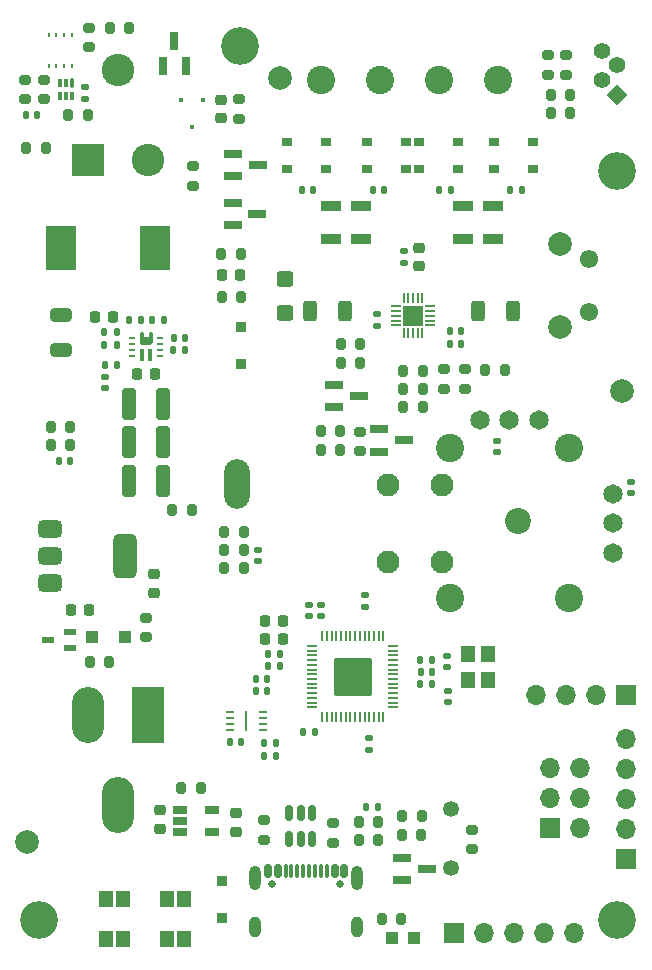
<source format=gts>
%TF.GenerationSoftware,KiCad,Pcbnew,9.0.0*%
%TF.CreationDate,2025-03-03T22:11:57+00:00*%
%TF.ProjectId,StepUp,53746570-5570-42e6-9b69-6361645f7063,v0.3*%
%TF.SameCoordinates,Original*%
%TF.FileFunction,Soldermask,Top*%
%TF.FilePolarity,Negative*%
%FSLAX45Y45*%
G04 Gerber Fmt 4.5, Leading zero omitted, Abs format (unit mm)*
G04 Created by KiCad (PCBNEW 9.0.0) date 2025-03-03 22:11:57*
%MOMM*%
%LPD*%
G01*
G04 APERTURE LIST*
G04 Aperture macros list*
%AMRoundRect*
0 Rectangle with rounded corners*
0 $1 Rounding radius*
0 $2 $3 $4 $5 $6 $7 $8 $9 X,Y pos of 4 corners*
0 Add a 4 corners polygon primitive as box body*
4,1,4,$2,$3,$4,$5,$6,$7,$8,$9,$2,$3,0*
0 Add four circle primitives for the rounded corners*
1,1,$1+$1,$2,$3*
1,1,$1+$1,$4,$5*
1,1,$1+$1,$6,$7*
1,1,$1+$1,$8,$9*
0 Add four rect primitives between the rounded corners*
20,1,$1+$1,$2,$3,$4,$5,0*
20,1,$1+$1,$4,$5,$6,$7,0*
20,1,$1+$1,$6,$7,$8,$9,0*
20,1,$1+$1,$8,$9,$2,$3,0*%
%AMRotRect*
0 Rectangle, with rotation*
0 The origin of the aperture is its center*
0 $1 length*
0 $2 width*
0 $3 Rotation angle, in degrees counterclockwise*
0 Add horizontal line*
21,1,$1,$2,0,0,$3*%
G04 Aperture macros list end*
%ADD10C,0.100000*%
%ADD11R,0.863600X0.787400*%
%ADD12RoundRect,0.250000X0.312500X0.625000X-0.312500X0.625000X-0.312500X-0.625000X0.312500X-0.625000X0*%
%ADD13RoundRect,0.135000X-0.135000X-0.185000X0.135000X-0.185000X0.135000X0.185000X-0.135000X0.185000X0*%
%ADD14RoundRect,0.140000X-0.170000X0.140000X-0.170000X-0.140000X0.170000X-0.140000X0.170000X0.140000X0*%
%ADD15RoundRect,0.200000X0.200000X0.275000X-0.200000X0.275000X-0.200000X-0.275000X0.200000X-0.275000X0*%
%ADD16RoundRect,0.135000X0.135000X0.185000X-0.135000X0.185000X-0.135000X-0.185000X0.135000X-0.185000X0*%
%ADD17RoundRect,0.140000X0.170000X-0.140000X0.170000X0.140000X-0.170000X0.140000X-0.170000X-0.140000X0*%
%ADD18RoundRect,0.140000X-0.140000X-0.170000X0.140000X-0.170000X0.140000X0.170000X-0.140000X0.170000X0*%
%ADD19RoundRect,0.225000X0.225000X0.250000X-0.225000X0.250000X-0.225000X-0.250000X0.225000X-0.250000X0*%
%ADD20C,0.650000*%
%ADD21RoundRect,0.150000X-0.150000X-0.425000X0.150000X-0.425000X0.150000X0.425000X-0.150000X0.425000X0*%
%ADD22RoundRect,0.075000X-0.075000X-0.500000X0.075000X-0.500000X0.075000X0.500000X-0.075000X0.500000X0*%
%ADD23O,1.000000X2.100000*%
%ADD24O,1.000000X1.800000*%
%ADD25RoundRect,0.140000X0.140000X0.170000X-0.140000X0.170000X-0.140000X-0.170000X0.140000X-0.170000X0*%
%ADD26RoundRect,0.200000X-0.275000X0.200000X-0.275000X-0.200000X0.275000X-0.200000X0.275000X0.200000X0*%
%ADD27RoundRect,0.200000X0.275000X-0.200000X0.275000X0.200000X-0.275000X0.200000X-0.275000X-0.200000X0*%
%ADD28RoundRect,0.200000X-0.200000X-0.275000X0.200000X-0.275000X0.200000X0.275000X-0.200000X0.275000X0*%
%ADD29RoundRect,0.250000X0.325000X1.100000X-0.325000X1.100000X-0.325000X-1.100000X0.325000X-1.100000X0*%
%ADD30R,1.000000X0.550000*%
%ADD31R,0.950000X0.900000*%
%ADD32RoundRect,0.050000X0.050000X-0.387500X0.050000X0.387500X-0.050000X0.387500X-0.050000X-0.387500X0*%
%ADD33RoundRect,0.050000X0.387500X-0.050000X0.387500X0.050000X-0.387500X0.050000X-0.387500X-0.050000X0*%
%ADD34RoundRect,0.144000X1.456000X-1.456000X1.456000X1.456000X-1.456000X1.456000X-1.456000X-1.456000X0*%
%ADD35RoundRect,0.225000X0.250000X-0.225000X0.250000X0.225000X-0.250000X0.225000X-0.250000X-0.225000X0*%
%ADD36RoundRect,0.037500X-0.087500X-0.462500X0.087500X-0.462500X0.087500X0.462500X-0.087500X0.462500X0*%
%ADD37RoundRect,0.062000X-0.438000X-0.248000X0.438000X-0.248000X0.438000X0.248000X-0.438000X0.248000X0*%
%ADD38RoundRect,0.062500X-0.212500X-0.062500X0.212500X-0.062500X0.212500X0.062500X-0.212500X0.062500X0*%
%ADD39RoundRect,0.042000X-0.133000X-0.458000X0.133000X-0.458000X0.133000X0.458000X-0.133000X0.458000X0*%
%ADD40RoundRect,0.062500X0.212500X0.062500X-0.212500X0.062500X-0.212500X-0.062500X0.212500X-0.062500X0*%
%ADD41R,1.000000X1.000000*%
%ADD42R,1.753400X0.912000*%
%ADD43RoundRect,0.070000X-0.650000X-0.300000X0.650000X-0.300000X0.650000X0.300000X-0.650000X0.300000X0*%
%ADD44R,0.254000X0.355600*%
%ADD45O,2.200000X4.200000*%
%ADD46RoundRect,0.225000X-0.225000X-0.250000X0.225000X-0.250000X0.225000X0.250000X-0.225000X0.250000X0*%
%ADD47C,2.000000*%
%ADD48C,3.200000*%
%ADD49R,1.200000X1.400000*%
%ADD50C,2.200000*%
%ADD51RoundRect,0.250000X-0.312500X-0.625000X0.312500X-0.625000X0.312500X0.625000X-0.312500X0.625000X0*%
%ADD52RoundRect,0.375000X-0.625000X-0.375000X0.625000X-0.375000X0.625000X0.375000X-0.625000X0.375000X0*%
%ADD53RoundRect,0.500000X-0.500000X-1.400000X0.500000X-1.400000X0.500000X1.400000X-0.500000X1.400000X0*%
%ADD54O,0.857199X0.204000*%
%ADD55O,0.204000X0.857199*%
%ADD56R,1.701800X1.701800*%
%ADD57RoundRect,0.225000X-0.250000X0.225000X-0.250000X-0.225000X0.250000X-0.225000X0.250000X0.225000X0*%
%ADD58R,0.457200X0.406400*%
%ADD59R,0.711200X0.254000*%
%ADD60R,0.254000X1.651000*%
%ADD61RoundRect,0.070000X-0.525000X0.300000X-0.525000X-0.300000X0.525000X-0.300000X0.525000X0.300000X0*%
%ADD62RoundRect,0.070000X0.300000X-0.650000X0.300000X0.650000X-0.300000X0.650000X-0.300000X-0.650000X0*%
%ADD63RoundRect,0.102000X0.525000X-0.575000X0.525000X0.575000X-0.525000X0.575000X-0.525000X-0.575000X0*%
%ADD64RoundRect,0.250000X-0.450000X0.400000X-0.450000X-0.400000X0.450000X-0.400000X0.450000X0.400000X0*%
%ADD65RoundRect,0.250000X-0.650000X0.325000X-0.650000X-0.325000X0.650000X-0.325000X0.650000X0.325000X0*%
%ADD66R,2.650000X3.700000*%
%ADD67RoundRect,0.135000X-0.185000X0.135000X-0.185000X-0.135000X0.185000X-0.135000X0.185000X0.135000X0*%
%ADD68RoundRect,0.070000X0.070000X0.355000X-0.070000X0.355000X-0.070000X-0.355000X0.070000X-0.355000X0*%
%ADD69RoundRect,0.070000X0.070000X0.305000X-0.070000X0.305000X-0.070000X-0.305000X0.070000X-0.305000X0*%
%ADD70RoundRect,0.150000X0.150000X-0.512500X0.150000X0.512500X-0.150000X0.512500X-0.150000X-0.512500X0*%
%ADD71RoundRect,0.250000X-0.300000X-0.300000X0.300000X-0.300000X0.300000X0.300000X-0.300000X0.300000X0*%
%ADD72R,1.700000X1.700000*%
%ADD73O,1.700000X1.700000*%
%ADD74RotRect,1.300000X1.300000X225.000000*%
%ADD75C,1.416000*%
%ADD76C,1.550000*%
%ADD77C,1.350000*%
%ADD78C,1.650000*%
%ADD79C,1.950000*%
%ADD80C,2.400000*%
%ADD81R,2.745000X2.745000*%
%ADD82C,2.745000*%
%ADD83R,2.745000X4.745000*%
%ADD84O,2.745000X4.745000*%
G04 APERTURE END LIST*
D10*
%TO.C,U7*%
X6832500Y-7779250D02*
G75*
G02*
X6822500Y-7769250I0J10000D01*
G01*
X6882500Y-7769250D02*
G75*
G02*
X6872500Y-7779250I-10000J0D01*
G01*
%TD*%
D11*
%TO.C,D3*%
X9047780Y-6347860D03*
X8717580Y-6347860D03*
%TD*%
D12*
%TO.C,R20*%
X9957290Y-7555000D03*
X9664790Y-7555000D03*
%TD*%
D13*
%TO.C,R30*%
X6498000Y-7735000D03*
X6600000Y-7735000D03*
%TD*%
D14*
%TO.C,C43*%
X10960000Y-9001500D03*
X10960000Y-9097500D03*
%TD*%
D13*
%TO.C,R27*%
X6500500Y-8010000D03*
X6602500Y-8010000D03*
%TD*%
D15*
%TO.C,R31*%
X7235000Y-9235000D03*
X7070000Y-9235000D03*
%TD*%
D16*
%TO.C,R28*%
X7183500Y-7882500D03*
X7081500Y-7882500D03*
%TD*%
D15*
%TO.C,R34*%
X7650000Y-7070000D03*
X7485000Y-7070000D03*
%TD*%
D17*
%TO.C,C10*%
X8700000Y-10058000D03*
X8700000Y-9962000D03*
%TD*%
D18*
%TO.C,C5*%
X9172000Y-10510000D03*
X9268000Y-10510000D03*
%TD*%
D13*
%TO.C,R6*%
X7886000Y-10561250D03*
X7988000Y-10561250D03*
%TD*%
D19*
%TO.C,C8*%
X8012500Y-10177500D03*
X7857500Y-10177500D03*
%TD*%
D20*
%TO.C,J1*%
X7916800Y-12402500D03*
X8494800Y-12402500D03*
D21*
X7885800Y-12295000D03*
X7965800Y-12295000D03*
D22*
X8080800Y-12295000D03*
X8180800Y-12295000D03*
X8230800Y-12295000D03*
X8330800Y-12295000D03*
D21*
X8445800Y-12295000D03*
X8525800Y-12295000D03*
X8525800Y-12295000D03*
X8445800Y-12295000D03*
D22*
X8380800Y-12295000D03*
X8280800Y-12295000D03*
X8130800Y-12295000D03*
X8030800Y-12295000D03*
D21*
X7965800Y-12295000D03*
X7885800Y-12295000D03*
D23*
X7773800Y-12352500D03*
D24*
X7773800Y-12770500D03*
D23*
X8637800Y-12352500D03*
D24*
X8637800Y-12770500D03*
%TD*%
D18*
%TO.C,C19*%
X9423700Y-7724900D03*
X9519700Y-7724900D03*
%TD*%
D15*
%TO.C,R42*%
X7677500Y-9576000D03*
X7512500Y-9576000D03*
%TD*%
D18*
%TO.C,C18*%
X9422000Y-7830000D03*
X9518000Y-7830000D03*
%TD*%
D25*
%TO.C,C42*%
X8811000Y-11750000D03*
X8715000Y-11750000D03*
%TD*%
D26*
%TO.C,R10*%
X8660000Y-8577500D03*
X8660000Y-8742500D03*
%TD*%
D16*
%TO.C,R2*%
X7951000Y-11210000D03*
X7849000Y-11210000D03*
%TD*%
D13*
%TO.C,R5*%
X9171200Y-10713500D03*
X9273200Y-10713500D03*
%TD*%
%TO.C,R7*%
X7886000Y-10460000D03*
X7988000Y-10460000D03*
%TD*%
D11*
%TO.C,D8*%
X9493540Y-6119260D03*
X9163340Y-6119260D03*
%TD*%
%TO.C,D10*%
X9798340Y-6119260D03*
X10128540Y-6119260D03*
%TD*%
D25*
%TO.C,C39*%
X5927500Y-5892500D03*
X5831500Y-5892500D03*
%TD*%
D17*
%TO.C,C15*%
X8802500Y-7677900D03*
X8802500Y-7581900D03*
%TD*%
D11*
%TO.C,D7*%
X9163340Y-6347860D03*
X9493540Y-6347860D03*
%TD*%
D15*
%TO.C,R8*%
X8495000Y-8730000D03*
X8330000Y-8730000D03*
%TD*%
D26*
%TO.C,R4*%
X8435000Y-11892500D03*
X8435000Y-12057500D03*
%TD*%
D27*
%TO.C,R50*%
X10250000Y-5552500D03*
X10250000Y-5387500D03*
%TD*%
D28*
%TO.C,R35*%
X7490000Y-7437500D03*
X7655000Y-7437500D03*
%TD*%
D29*
%TO.C,C36*%
X6997500Y-8992500D03*
X6702500Y-8992500D03*
%TD*%
D30*
%TO.C,Q3*%
X6207200Y-10405150D03*
X6207200Y-10275150D03*
X6017200Y-10340150D03*
%TD*%
D31*
%TO.C,D13*%
X7655000Y-7687500D03*
X7655000Y-8002500D03*
%TD*%
D32*
%TO.C,U3*%
X8340500Y-10993650D03*
X8380500Y-10993650D03*
X8420500Y-10993650D03*
X8460500Y-10993650D03*
X8500500Y-10993650D03*
X8540500Y-10993650D03*
X8580500Y-10993650D03*
X8620500Y-10993650D03*
X8660500Y-10993650D03*
X8700500Y-10993650D03*
X8740500Y-10993650D03*
X8780500Y-10993650D03*
X8820500Y-10993650D03*
X8860500Y-10993650D03*
D33*
X8944250Y-10909900D03*
X8944250Y-10869900D03*
X8944250Y-10829900D03*
X8944250Y-10789900D03*
X8944250Y-10749900D03*
X8944250Y-10709900D03*
X8944250Y-10669900D03*
X8944250Y-10629900D03*
X8944250Y-10589900D03*
X8944250Y-10549900D03*
X8944250Y-10509900D03*
X8944250Y-10469900D03*
X8944250Y-10429900D03*
X8944250Y-10389900D03*
D32*
X8860500Y-10306150D03*
X8820500Y-10306150D03*
X8780500Y-10306150D03*
X8740500Y-10306150D03*
X8700500Y-10306150D03*
X8660500Y-10306150D03*
X8620500Y-10306150D03*
X8580500Y-10306150D03*
X8540500Y-10306150D03*
X8500500Y-10306150D03*
X8460500Y-10306150D03*
X8420500Y-10306150D03*
X8380500Y-10306150D03*
X8340500Y-10306150D03*
D33*
X8256750Y-10389900D03*
X8256750Y-10429900D03*
X8256750Y-10469900D03*
X8256750Y-10509900D03*
X8256750Y-10549900D03*
X8256750Y-10589900D03*
X8256750Y-10629900D03*
X8256750Y-10669900D03*
X8256750Y-10709900D03*
X8256750Y-10749900D03*
X8256750Y-10789900D03*
X8256750Y-10829900D03*
X8256750Y-10869900D03*
X8256750Y-10909900D03*
D34*
X8600500Y-10649900D03*
%TD*%
D28*
%TO.C,R26*%
X8847500Y-12700000D03*
X9012500Y-12700000D03*
%TD*%
D26*
%TO.C,R3*%
X7850000Y-11867500D03*
X7850000Y-12032500D03*
%TD*%
D25*
%TO.C,C7*%
X7874050Y-10670000D03*
X7778050Y-10670000D03*
%TD*%
D35*
%TO.C,C37*%
X7485000Y-5920000D03*
X7485000Y-5765000D03*
%TD*%
D28*
%TO.C,R24*%
X7150000Y-11595000D03*
X7315000Y-11595000D03*
%TD*%
D19*
%TO.C,C6*%
X8012500Y-10332500D03*
X7857500Y-10332500D03*
%TD*%
D36*
%TO.C,U7*%
X6815000Y-7786250D03*
D37*
X6852500Y-7805250D03*
D36*
X6890000Y-7786250D03*
D38*
X6735000Y-7781250D03*
X6735000Y-7831250D03*
X6735000Y-7881250D03*
X6735000Y-7931250D03*
D39*
X6817500Y-7926250D03*
X6887500Y-7926250D03*
D40*
X6970000Y-7931250D03*
X6970000Y-7881250D03*
X6970000Y-7831250D03*
X6970000Y-7781250D03*
%TD*%
D41*
%TO.C,LED1*%
X9120000Y-12865000D03*
X8930000Y-12865000D03*
%TD*%
D15*
%TO.C,R47*%
X6707500Y-5160000D03*
X6542500Y-5160000D03*
%TD*%
D26*
%TO.C,R37*%
X5825000Y-5595000D03*
X5825000Y-5760000D03*
%TD*%
D42*
%TO.C,L1*%
X8668040Y-6666120D03*
X8668040Y-6945280D03*
%TD*%
D17*
%TO.C,C13*%
X8335000Y-10138000D03*
X8335000Y-10042000D03*
%TD*%
D11*
%TO.C,D4*%
X8717580Y-6119260D03*
X9047780Y-6119260D03*
%TD*%
D43*
%TO.C,Q4*%
X7585000Y-6225000D03*
X7585000Y-6415000D03*
X7795000Y-6320000D03*
%TD*%
D44*
%TO.C,U8*%
X6025000Y-5482080D03*
X6090000Y-5482080D03*
X6155000Y-5482080D03*
X6220000Y-5482080D03*
X6220000Y-5217920D03*
X6155000Y-5217920D03*
X6090000Y-5217920D03*
X6025000Y-5217920D03*
%TD*%
D18*
%TO.C,C3*%
X7559800Y-11204800D03*
X7655800Y-11204800D03*
%TD*%
D17*
%TO.C,C14*%
X8233400Y-10138000D03*
X8233400Y-10042000D03*
%TD*%
D15*
%TO.C,R14*%
X9192500Y-8364800D03*
X9027500Y-8364800D03*
%TD*%
%TO.C,R39*%
X6207500Y-8537500D03*
X6042500Y-8537500D03*
%TD*%
D42*
%TO.C,L4*%
X9785640Y-6666120D03*
X9785640Y-6945280D03*
%TD*%
D28*
%TO.C,R45*%
X8650000Y-11880100D03*
X8815000Y-11880100D03*
%TD*%
D45*
%TO.C,H6*%
X7620000Y-9020000D03*
%TD*%
D14*
%TO.C,C44*%
X9820000Y-8655000D03*
X9820000Y-8751000D03*
%TD*%
D15*
%TO.C,R13*%
X8662500Y-7830000D03*
X8497500Y-7830000D03*
%TD*%
D25*
%TO.C,C20*%
X8865500Y-6528900D03*
X8769500Y-6528900D03*
%TD*%
D16*
%TO.C,R29*%
X6600000Y-7840000D03*
X6498000Y-7840000D03*
%TD*%
D25*
%TO.C,C4*%
X7874050Y-10771600D03*
X7778050Y-10771600D03*
%TD*%
%TO.C,C40*%
X6207500Y-8820000D03*
X6111500Y-8820000D03*
%TD*%
D15*
%TO.C,R52*%
X10440000Y-5722500D03*
X10275000Y-5722500D03*
%TD*%
D25*
%TO.C,C28*%
X6998500Y-7627500D03*
X6902500Y-7627500D03*
%TD*%
D29*
%TO.C,C34*%
X6997500Y-8337500D03*
X6702500Y-8337500D03*
%TD*%
D15*
%TO.C,R53*%
X9182500Y-11827500D03*
X9017500Y-11827500D03*
%TD*%
D17*
%TO.C,C2*%
X9400000Y-10568000D03*
X9400000Y-10472000D03*
%TD*%
D46*
%TO.C,C24*%
X6212500Y-10088750D03*
X6367500Y-10088750D03*
%TD*%
D47*
%TO.C,FID3*%
X10882500Y-8232500D03*
%TD*%
D48*
%TO.C,H3*%
X5941170Y-12708830D03*
%TD*%
D19*
%TO.C,C31*%
X6570000Y-7602500D03*
X6415000Y-7602500D03*
%TD*%
D14*
%TO.C,C1*%
X9410000Y-10772000D03*
X9410000Y-10868000D03*
%TD*%
D42*
%TO.C,L2*%
X8414040Y-6666120D03*
X8414040Y-6945280D03*
%TD*%
D15*
%TO.C,R12*%
X8662500Y-7990000D03*
X8497500Y-7990000D03*
%TD*%
D25*
%TO.C,C9*%
X8278000Y-11120000D03*
X8182000Y-11120000D03*
%TD*%
D43*
%TO.C,D12*%
X7582500Y-6637500D03*
X7582500Y-6827500D03*
X7792500Y-6732500D03*
%TD*%
D19*
%TO.C,C32*%
X6930000Y-8087500D03*
X6775000Y-8087500D03*
%TD*%
D15*
%TO.C,R16*%
X9192500Y-8060000D03*
X9027500Y-8060000D03*
%TD*%
D18*
%TO.C,C23*%
X9934000Y-6525660D03*
X10030000Y-6525660D03*
%TD*%
D49*
%TO.C,Y1*%
X9745000Y-10680000D03*
X9745000Y-10460000D03*
X9575000Y-10460000D03*
X9575000Y-10680000D03*
%TD*%
D50*
%TO.C,H5*%
X10000000Y-9335000D03*
%TD*%
D28*
%TO.C,R17*%
X9722500Y-8050000D03*
X9887500Y-8050000D03*
%TD*%
D51*
%TO.C,R19*%
X8242390Y-7555000D03*
X8534890Y-7555000D03*
%TD*%
D15*
%TO.C,R23*%
X6537500Y-10522500D03*
X6372500Y-10522500D03*
%TD*%
D25*
%TO.C,C21*%
X8265500Y-6525660D03*
X8169500Y-6525660D03*
%TD*%
D47*
%TO.C,FID1*%
X5845000Y-12047500D03*
%TD*%
D52*
%TO.C,U5*%
X6040000Y-9398750D03*
X6040000Y-9628750D03*
D53*
X6670000Y-9628750D03*
D52*
X6040000Y-9858750D03*
%TD*%
D15*
%TO.C,R33*%
X6000000Y-6172500D03*
X5835000Y-6172500D03*
%TD*%
D13*
%TO.C,R1*%
X7849000Y-11320000D03*
X7951000Y-11320000D03*
%TD*%
D18*
%TO.C,C12*%
X9174200Y-10610000D03*
X9270200Y-10610000D03*
%TD*%
D15*
%TO.C,R44*%
X8815000Y-12032500D03*
X8650000Y-12032500D03*
%TD*%
D27*
%TO.C,R21*%
X6847500Y-10317500D03*
X6847500Y-10152500D03*
%TD*%
D54*
%TO.C,U4*%
X8963000Y-7515000D03*
X8963000Y-7555000D03*
X8963000Y-7595000D03*
X8963000Y-7635000D03*
X8963000Y-7675000D03*
D55*
X9030000Y-7742000D03*
X9070000Y-7742000D03*
X9110000Y-7742000D03*
X9150000Y-7742000D03*
X9190000Y-7742000D03*
D54*
X9257000Y-7675000D03*
X9257000Y-7635000D03*
X9257000Y-7595000D03*
X9257000Y-7555000D03*
X9257000Y-7515000D03*
D55*
X9190000Y-7448000D03*
X9150000Y-7448000D03*
X9110000Y-7448000D03*
X9070000Y-7448000D03*
X9030000Y-7448000D03*
D56*
X9110000Y-7595000D03*
%TD*%
D26*
%TO.C,R11*%
X9370000Y-8047500D03*
X9370000Y-8212500D03*
%TD*%
D28*
%TO.C,R43*%
X7512500Y-9731000D03*
X7677500Y-9731000D03*
%TD*%
D35*
%TO.C,C30*%
X6967500Y-11937500D03*
X6967500Y-11782500D03*
%TD*%
D15*
%TO.C,R15*%
X9192500Y-8212400D03*
X9027500Y-8212400D03*
%TD*%
D11*
%TO.C,D9*%
X10128540Y-6347860D03*
X9798340Y-6347860D03*
%TD*%
D26*
%TO.C,R38*%
X5985000Y-5595000D03*
X5985000Y-5760000D03*
%TD*%
D57*
%TO.C,C29*%
X6915000Y-9782500D03*
X6915000Y-9937500D03*
%TD*%
D28*
%TO.C,R40*%
X6042500Y-8692500D03*
X6207500Y-8692500D03*
%TD*%
D27*
%TO.C,R51*%
X10407500Y-5552500D03*
X10407500Y-5387500D03*
%TD*%
D46*
%TO.C,C38*%
X7490000Y-7252500D03*
X7645000Y-7252500D03*
%TD*%
D17*
%TO.C,C17*%
X9037600Y-7145800D03*
X9037600Y-7049800D03*
%TD*%
D58*
%TO.C,Q5*%
X7335000Y-5770700D03*
X7145000Y-5770700D03*
X7240000Y-5999300D03*
%TD*%
D43*
%TO.C,Q1*%
X8825000Y-8555000D03*
X8825000Y-8745000D03*
X9035000Y-8650000D03*
%TD*%
D59*
%TO.C,U1*%
X7837500Y-11099800D03*
X7837500Y-11049800D03*
X7837500Y-10999800D03*
X7837500Y-10949800D03*
X7558100Y-10949800D03*
X7558100Y-10999800D03*
X7558100Y-11049800D03*
X7558100Y-11099800D03*
D60*
X7697800Y-11024800D03*
%TD*%
D14*
%TO.C,C11*%
X8740000Y-11172000D03*
X8740000Y-11268000D03*
%TD*%
D28*
%TO.C,R9*%
X8330000Y-8570000D03*
X8495000Y-8570000D03*
%TD*%
D48*
%TO.C,H2*%
X7645000Y-5310000D03*
%TD*%
D15*
%TO.C,R41*%
X7677500Y-9421100D03*
X7512500Y-9421100D03*
%TD*%
D18*
%TO.C,C26*%
X7085000Y-7782500D03*
X7181000Y-7782500D03*
%TD*%
D61*
%TO.C,U6*%
X7140000Y-11775000D03*
X7140000Y-11870000D03*
X7140000Y-11965000D03*
X7410000Y-11965000D03*
X7410000Y-11775000D03*
%TD*%
D27*
%TO.C,R55*%
X9610000Y-12110000D03*
X9610000Y-11945000D03*
%TD*%
D14*
%TO.C,C33*%
X6505000Y-8111500D03*
X6505000Y-8207500D03*
%TD*%
D11*
%TO.C,D5*%
X8045740Y-6347860D03*
X8375940Y-6347860D03*
%TD*%
D62*
%TO.C,Q6*%
X6995000Y-5477500D03*
X7185000Y-5477500D03*
X7090000Y-5267500D03*
%TD*%
D13*
%TO.C,R25*%
X6708000Y-7627500D03*
X6810000Y-7627500D03*
%TD*%
D63*
%TO.C,SW2*%
X7030000Y-12870000D03*
X7175000Y-12870000D03*
X7030000Y-12535000D03*
X7175000Y-12535000D03*
%TD*%
D29*
%TO.C,C35*%
X6997500Y-8665000D03*
X6702500Y-8665000D03*
%TD*%
D26*
%TO.C,R18*%
X9550000Y-8047500D03*
X9550000Y-8212500D03*
%TD*%
D63*
%TO.C,SW1*%
X6510000Y-12870000D03*
X6655000Y-12870000D03*
X6510000Y-12535000D03*
X6655000Y-12535000D03*
%TD*%
D18*
%TO.C,C22*%
X9332000Y-6528900D03*
X9428000Y-6528900D03*
%TD*%
D42*
%TO.C,L3*%
X9531640Y-6666120D03*
X9531640Y-6945280D03*
%TD*%
D15*
%TO.C,R49*%
X10440000Y-5877500D03*
X10275000Y-5877500D03*
%TD*%
D14*
%TO.C,C41*%
X7797500Y-9575000D03*
X7797500Y-9671000D03*
%TD*%
D64*
%TO.C,D2*%
X8030000Y-7285000D03*
X8030000Y-7575000D03*
%TD*%
D48*
%TO.C,H4*%
X10838830Y-12708830D03*
%TD*%
D26*
%TO.C,R32*%
X7640000Y-5760000D03*
X7640000Y-5925000D03*
%TD*%
D31*
%TO.C,D1*%
X7495000Y-12377500D03*
X7495000Y-12692500D03*
%TD*%
D65*
%TO.C,C25*%
X6130000Y-7585000D03*
X6130000Y-7880000D03*
%TD*%
D57*
%TO.C,C27*%
X7610000Y-11807500D03*
X7610000Y-11962500D03*
%TD*%
D66*
%TO.C,L5*%
X6127500Y-7020000D03*
X6927500Y-7020000D03*
%TD*%
D48*
%TO.C,H1*%
X10840000Y-6370000D03*
%TD*%
D11*
%TO.C,D6*%
X8375940Y-6119260D03*
X8045740Y-6119260D03*
%TD*%
D67*
%TO.C,R46*%
X6335000Y-5655500D03*
X6335000Y-5757500D03*
%TD*%
D15*
%TO.C,R54*%
X9180000Y-11990000D03*
X9015000Y-11990000D03*
%TD*%
D28*
%TO.C,R36*%
X6192500Y-5895000D03*
X6357500Y-5895000D03*
%TD*%
D43*
%TO.C,Q7*%
X9015000Y-12185000D03*
X9015000Y-12375000D03*
X9225000Y-12280000D03*
%TD*%
%TO.C,Q2*%
X8445000Y-8180000D03*
X8445000Y-8370000D03*
X8655000Y-8275000D03*
%TD*%
D68*
%TO.C,U9*%
X6225000Y-5627500D03*
D69*
X6175000Y-5622500D03*
X6125000Y-5622500D03*
X6125000Y-5737500D03*
X6175000Y-5737500D03*
X6225000Y-5737500D03*
%TD*%
D70*
%TO.C,U2*%
X8064400Y-12027750D03*
X8159400Y-12027750D03*
X8254400Y-12027750D03*
X8254400Y-11800250D03*
X8159400Y-11800250D03*
X8064400Y-11800250D03*
%TD*%
D47*
%TO.C,FID2*%
X7980000Y-5582500D03*
%TD*%
D26*
%TO.C,R48*%
X6367500Y-5155000D03*
X6367500Y-5320000D03*
%TD*%
D35*
%TO.C,C16*%
X9164600Y-7175300D03*
X9164600Y-7020300D03*
%TD*%
D27*
%TO.C,R22*%
X7247500Y-6492500D03*
X7247500Y-6327500D03*
%TD*%
D71*
%TO.C,D11*%
X6391800Y-10317350D03*
X6671800Y-10317350D03*
%TD*%
D72*
%TO.C,J3*%
X10912500Y-10805000D03*
D73*
X10658500Y-10805000D03*
X10404500Y-10805000D03*
X10150500Y-10805000D03*
%TD*%
D74*
%TO.C,LED2*%
X10837500Y-5725000D03*
D75*
X10712500Y-5600000D03*
X10837500Y-5475000D03*
X10712500Y-5350000D03*
%TD*%
D76*
%TO.C,SW3*%
X10600500Y-7110000D03*
X10600500Y-7560000D03*
D47*
X10351500Y-6984500D03*
X10351500Y-7685500D03*
%TD*%
D77*
%TO.C,BZ1*%
X9430000Y-12270000D03*
X9430000Y-11770000D03*
%TD*%
D78*
%TO.C,JOY1*%
X10800000Y-9100000D03*
X10800000Y-9350000D03*
X10800000Y-9600000D03*
X9677000Y-8477000D03*
X9927000Y-8477000D03*
X10177000Y-8477000D03*
D79*
X9352000Y-9675000D03*
X9352000Y-9025000D03*
X8902000Y-9675000D03*
X8902000Y-9025000D03*
D80*
X10427000Y-8717500D03*
X10427000Y-9982500D03*
X9427000Y-9982500D03*
X9427000Y-8717500D03*
%TD*%
%TO.C,J5*%
X8330000Y-5595000D03*
X8830000Y-5595000D03*
X9330000Y-5595000D03*
X9830000Y-5595000D03*
%TD*%
D72*
%TO.C,J6*%
X9456500Y-12820000D03*
D73*
X9710500Y-12820000D03*
X9964500Y-12820000D03*
X10218500Y-12820000D03*
X10472500Y-12820000D03*
%TD*%
D72*
%TO.C,J4*%
X10270000Y-11934000D03*
D73*
X10524000Y-11934000D03*
X10270000Y-11680000D03*
X10524000Y-11680000D03*
X10270000Y-11426000D03*
X10524000Y-11426000D03*
%TD*%
D72*
%TO.C,J2*%
X10912500Y-12197000D03*
D73*
X10912500Y-11943000D03*
X10912500Y-11689000D03*
X10912500Y-11435000D03*
X10912500Y-11181000D03*
%TD*%
D81*
%TO.C,BT1*%
X6361800Y-6272000D03*
D82*
X6869800Y-6272000D03*
X6615800Y-5510000D03*
%TD*%
D83*
%TO.C,BT2*%
X6869800Y-10972000D03*
D84*
X6361800Y-10972000D03*
X6615800Y-11734000D03*
%TD*%
M02*

</source>
